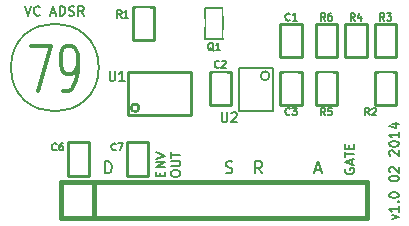
<source format=gto>
%FSLAX34Y34*%
G04 Gerber Fmt 3.4, Leading zero omitted, Abs format*
G04 (created by PCBNEW (2014-02-02 BZR 4653)-product) date 2014-02-04 11:29:01 PM*
%MOIN*%
G01*
G70*
G90*
G04 APERTURE LIST*
%ADD10C,0.005906*%
%ADD11C,0.006000*%
%ADD12C,0.007874*%
%ADD13C,0.011811*%
%ADD14C,0.007500*%
%ADD15C,0.010000*%
%ADD16C,0.005000*%
%ADD17C,0.015000*%
%ADD18R,0.011800X0.051200*%
%ADD19R,0.015000X0.050000*%
%ADD20R,0.039400X0.027600*%
%ADD21R,0.045000X0.032000*%
%ADD22R,0.078700X0.078700*%
%ADD23C,0.078700*%
G04 APERTURE END LIST*
G54D10*
G54D11*
X51604Y-36851D02*
X51817Y-36775D01*
X51604Y-36699D01*
X51817Y-36409D02*
X51817Y-36592D01*
X51817Y-36500D02*
X51497Y-36500D01*
X51543Y-36531D01*
X51574Y-36561D01*
X51589Y-36592D01*
X51787Y-36272D02*
X51802Y-36257D01*
X51817Y-36272D01*
X51802Y-36287D01*
X51787Y-36272D01*
X51817Y-36272D01*
X51497Y-36059D02*
X51497Y-36028D01*
X51513Y-35998D01*
X51528Y-35982D01*
X51558Y-35967D01*
X51619Y-35952D01*
X51696Y-35952D01*
X51757Y-35967D01*
X51787Y-35982D01*
X51802Y-35998D01*
X51817Y-36028D01*
X51817Y-36059D01*
X51802Y-36089D01*
X51787Y-36104D01*
X51757Y-36120D01*
X51696Y-36135D01*
X51619Y-36135D01*
X51558Y-36120D01*
X51528Y-36104D01*
X51513Y-36089D01*
X51497Y-36059D01*
X51497Y-35510D02*
X51497Y-35480D01*
X51513Y-35449D01*
X51528Y-35434D01*
X51558Y-35419D01*
X51619Y-35403D01*
X51696Y-35403D01*
X51757Y-35419D01*
X51787Y-35434D01*
X51802Y-35449D01*
X51817Y-35480D01*
X51817Y-35510D01*
X51802Y-35540D01*
X51787Y-35556D01*
X51757Y-35571D01*
X51696Y-35586D01*
X51619Y-35586D01*
X51558Y-35571D01*
X51528Y-35556D01*
X51513Y-35540D01*
X51497Y-35510D01*
X51528Y-35281D02*
X51513Y-35266D01*
X51497Y-35236D01*
X51497Y-35160D01*
X51513Y-35129D01*
X51528Y-35114D01*
X51558Y-35099D01*
X51589Y-35099D01*
X51635Y-35114D01*
X51817Y-35297D01*
X51817Y-35099D01*
X51528Y-34733D02*
X51513Y-34718D01*
X51497Y-34687D01*
X51497Y-34611D01*
X51513Y-34580D01*
X51528Y-34565D01*
X51558Y-34550D01*
X51589Y-34550D01*
X51635Y-34565D01*
X51817Y-34748D01*
X51817Y-34550D01*
X51497Y-34352D02*
X51497Y-34321D01*
X51513Y-34291D01*
X51528Y-34276D01*
X51558Y-34260D01*
X51619Y-34245D01*
X51696Y-34245D01*
X51757Y-34260D01*
X51787Y-34276D01*
X51802Y-34291D01*
X51817Y-34321D01*
X51817Y-34352D01*
X51802Y-34382D01*
X51787Y-34398D01*
X51757Y-34413D01*
X51696Y-34428D01*
X51619Y-34428D01*
X51558Y-34413D01*
X51528Y-34398D01*
X51513Y-34382D01*
X51497Y-34352D01*
X51817Y-33940D02*
X51817Y-34123D01*
X51817Y-34032D02*
X51497Y-34032D01*
X51543Y-34062D01*
X51574Y-34093D01*
X51589Y-34123D01*
X51604Y-33666D02*
X51817Y-33666D01*
X51482Y-33742D02*
X51711Y-33819D01*
X51711Y-33620D01*
X39356Y-29746D02*
X39462Y-30066D01*
X39569Y-29746D01*
X39859Y-30035D02*
X39843Y-30050D01*
X39798Y-30066D01*
X39767Y-30066D01*
X39721Y-30050D01*
X39691Y-30020D01*
X39676Y-29989D01*
X39660Y-29928D01*
X39660Y-29883D01*
X39676Y-29822D01*
X39691Y-29791D01*
X39721Y-29761D01*
X39767Y-29746D01*
X39798Y-29746D01*
X39843Y-29761D01*
X39859Y-29776D01*
X40224Y-29974D02*
X40377Y-29974D01*
X40194Y-30066D02*
X40300Y-29746D01*
X40407Y-30066D01*
X40514Y-30066D02*
X40514Y-29746D01*
X40590Y-29746D01*
X40636Y-29761D01*
X40666Y-29791D01*
X40681Y-29822D01*
X40697Y-29883D01*
X40697Y-29928D01*
X40681Y-29989D01*
X40666Y-30020D01*
X40636Y-30050D01*
X40590Y-30066D01*
X40514Y-30066D01*
X40819Y-30050D02*
X40864Y-30066D01*
X40940Y-30066D01*
X40971Y-30050D01*
X40986Y-30035D01*
X41001Y-30005D01*
X41001Y-29974D01*
X40986Y-29944D01*
X40971Y-29928D01*
X40940Y-29913D01*
X40880Y-29898D01*
X40849Y-29883D01*
X40834Y-29867D01*
X40819Y-29837D01*
X40819Y-29806D01*
X40834Y-29776D01*
X40849Y-29761D01*
X40880Y-29746D01*
X40956Y-29746D01*
X41001Y-29761D01*
X41321Y-30066D02*
X41215Y-29913D01*
X41139Y-30066D02*
X41139Y-29746D01*
X41260Y-29746D01*
X41291Y-29761D01*
X41306Y-29776D01*
X41321Y-29806D01*
X41321Y-29852D01*
X41306Y-29883D01*
X41291Y-29898D01*
X41260Y-29913D01*
X41139Y-29913D01*
G54D12*
X41817Y-31791D02*
G75*
G03X41817Y-31791I-1463J0D01*
G74*
G01*
G54D13*
X39544Y-31068D02*
X40211Y-31068D01*
X39782Y-32568D01*
X40640Y-32568D02*
X40830Y-32568D01*
X40925Y-32496D01*
X40973Y-32425D01*
X41068Y-32211D01*
X41116Y-31925D01*
X41116Y-31354D01*
X41068Y-31211D01*
X41020Y-31139D01*
X40925Y-31068D01*
X40735Y-31068D01*
X40640Y-31139D01*
X40592Y-31211D01*
X40544Y-31354D01*
X40544Y-31711D01*
X40592Y-31854D01*
X40640Y-31925D01*
X40735Y-31996D01*
X40925Y-31996D01*
X41020Y-31925D01*
X41068Y-31854D01*
X41116Y-31711D01*
G54D11*
X50036Y-35162D02*
X50021Y-35192D01*
X50021Y-35238D01*
X50036Y-35284D01*
X50067Y-35314D01*
X50097Y-35330D01*
X50158Y-35345D01*
X50204Y-35345D01*
X50265Y-35330D01*
X50295Y-35314D01*
X50326Y-35284D01*
X50341Y-35238D01*
X50341Y-35208D01*
X50326Y-35162D01*
X50311Y-35147D01*
X50204Y-35147D01*
X50204Y-35208D01*
X50250Y-35025D02*
X50250Y-34872D01*
X50341Y-35055D02*
X50021Y-34949D01*
X50341Y-34842D01*
X50021Y-34781D02*
X50021Y-34598D01*
X50341Y-34690D02*
X50021Y-34690D01*
X50173Y-34492D02*
X50173Y-34385D01*
X50341Y-34339D02*
X50341Y-34492D01*
X50021Y-34492D01*
X50021Y-34339D01*
X44214Y-35359D02*
X44214Y-35298D01*
X44229Y-35267D01*
X44260Y-35237D01*
X44321Y-35222D01*
X44427Y-35222D01*
X44488Y-35237D01*
X44519Y-35267D01*
X44534Y-35298D01*
X44534Y-35359D01*
X44519Y-35389D01*
X44488Y-35420D01*
X44427Y-35435D01*
X44321Y-35435D01*
X44260Y-35420D01*
X44229Y-35389D01*
X44214Y-35359D01*
X44214Y-35085D02*
X44473Y-35085D01*
X44504Y-35069D01*
X44519Y-35054D01*
X44534Y-35024D01*
X44534Y-34963D01*
X44519Y-34932D01*
X44504Y-34917D01*
X44473Y-34902D01*
X44214Y-34902D01*
X44214Y-34795D02*
X44214Y-34612D01*
X44534Y-34704D02*
X44214Y-34704D01*
X43874Y-35412D02*
X43874Y-35306D01*
X44042Y-35260D02*
X44042Y-35412D01*
X43722Y-35412D01*
X43722Y-35260D01*
X44042Y-35123D02*
X43722Y-35123D01*
X44042Y-34940D01*
X43722Y-34940D01*
X43722Y-34833D02*
X44042Y-34726D01*
X43722Y-34620D01*
G54D14*
X42021Y-35318D02*
X42021Y-34918D01*
X42116Y-34918D01*
X42173Y-34937D01*
X42211Y-34975D01*
X42230Y-35013D01*
X42249Y-35090D01*
X42249Y-35147D01*
X42230Y-35223D01*
X42211Y-35261D01*
X42173Y-35299D01*
X42116Y-35318D01*
X42021Y-35318D01*
X46047Y-35299D02*
X46104Y-35318D01*
X46199Y-35318D01*
X46237Y-35299D01*
X46256Y-35280D01*
X46275Y-35242D01*
X46275Y-35204D01*
X46256Y-35166D01*
X46237Y-35147D01*
X46199Y-35128D01*
X46123Y-35109D01*
X46085Y-35090D01*
X46066Y-35071D01*
X46047Y-35033D01*
X46047Y-34994D01*
X46066Y-34956D01*
X46085Y-34937D01*
X46123Y-34918D01*
X46218Y-34918D01*
X46275Y-34937D01*
X47269Y-35318D02*
X47136Y-35128D01*
X47040Y-35318D02*
X47040Y-34918D01*
X47193Y-34918D01*
X47231Y-34937D01*
X47250Y-34956D01*
X47269Y-34994D01*
X47269Y-35052D01*
X47250Y-35090D01*
X47231Y-35109D01*
X47193Y-35128D01*
X47040Y-35128D01*
X49018Y-35204D02*
X49209Y-35204D01*
X48980Y-35318D02*
X49114Y-34918D01*
X49247Y-35318D01*
G54D12*
X47610Y-33228D02*
X46484Y-33228D01*
X46484Y-33228D02*
X46484Y-31811D01*
X46484Y-31811D02*
X47610Y-31811D01*
X47613Y-31819D02*
X47613Y-33219D01*
X47513Y-32069D02*
G75*
G03X47513Y-32069I-150J0D01*
G74*
G01*
G54D15*
X42797Y-31927D02*
X44897Y-31927D01*
X44897Y-31927D02*
X44897Y-33377D01*
X44897Y-33377D02*
X42797Y-33377D01*
X42797Y-33377D02*
X42797Y-31927D01*
X43158Y-33133D02*
G75*
G03X43158Y-33133I-128J0D01*
G74*
G01*
G54D16*
X45969Y-29814D02*
X45969Y-30839D01*
X45969Y-30839D02*
X45369Y-30839D01*
X45369Y-30839D02*
X45369Y-29814D01*
X45369Y-29814D02*
X45969Y-29814D01*
G54D15*
X50039Y-30354D02*
X50039Y-31456D01*
X50039Y-31456D02*
X50748Y-31456D01*
X50748Y-31456D02*
X50748Y-30354D01*
X50748Y-30354D02*
X50039Y-30354D01*
X48582Y-31456D02*
X48582Y-30354D01*
X48582Y-30354D02*
X47874Y-30354D01*
X47874Y-30354D02*
X47874Y-31456D01*
X47874Y-31456D02*
X48582Y-31456D01*
X49763Y-31456D02*
X49763Y-30354D01*
X49763Y-30354D02*
X49055Y-30354D01*
X49055Y-30354D02*
X49055Y-31456D01*
X49055Y-31456D02*
X49763Y-31456D01*
X46220Y-33031D02*
X46220Y-31929D01*
X46220Y-31929D02*
X45511Y-31929D01*
X45511Y-31929D02*
X45511Y-33031D01*
X45511Y-33031D02*
X46220Y-33031D01*
X48582Y-33031D02*
X48582Y-31929D01*
X48582Y-31929D02*
X47874Y-31929D01*
X47874Y-31929D02*
X47874Y-33031D01*
X47874Y-33031D02*
X48582Y-33031D01*
X51023Y-31929D02*
X51023Y-33031D01*
X51023Y-33031D02*
X51732Y-33031D01*
X51732Y-33031D02*
X51732Y-31929D01*
X51732Y-31929D02*
X51023Y-31929D01*
X51023Y-30354D02*
X51023Y-31456D01*
X51023Y-31456D02*
X51732Y-31456D01*
X51732Y-31456D02*
X51732Y-30354D01*
X51732Y-30354D02*
X51023Y-30354D01*
X49055Y-31929D02*
X49055Y-33031D01*
X49055Y-33031D02*
X49763Y-33031D01*
X49763Y-33031D02*
X49763Y-31929D01*
X49763Y-31929D02*
X49055Y-31929D01*
X42952Y-29763D02*
X42952Y-30866D01*
X42952Y-30866D02*
X43661Y-30866D01*
X43661Y-30866D02*
X43661Y-29763D01*
X43661Y-29763D02*
X42952Y-29763D01*
G54D17*
X40569Y-36820D02*
X50769Y-36820D01*
X40569Y-35620D02*
X50769Y-35620D01*
X50769Y-35620D02*
X50769Y-36820D01*
X41669Y-35620D02*
X41669Y-36820D01*
X40569Y-35620D02*
X40569Y-36820D01*
G54D15*
X41496Y-35393D02*
X41496Y-34291D01*
X41496Y-34291D02*
X40787Y-34291D01*
X40787Y-34291D02*
X40787Y-35393D01*
X40787Y-35393D02*
X41496Y-35393D01*
X42755Y-34291D02*
X42755Y-35393D01*
X42755Y-35393D02*
X43464Y-35393D01*
X43464Y-35393D02*
X43464Y-34291D01*
X43464Y-34291D02*
X42755Y-34291D01*
G54D14*
X45917Y-33289D02*
X45917Y-33548D01*
X45932Y-33578D01*
X45948Y-33594D01*
X45978Y-33609D01*
X46039Y-33609D01*
X46069Y-33594D01*
X46085Y-33578D01*
X46100Y-33548D01*
X46100Y-33289D01*
X46237Y-33319D02*
X46252Y-33304D01*
X46283Y-33289D01*
X46359Y-33289D01*
X46389Y-33304D01*
X46405Y-33319D01*
X46420Y-33350D01*
X46420Y-33380D01*
X46405Y-33426D01*
X46222Y-33609D01*
X46420Y-33609D01*
X42177Y-31911D02*
X42177Y-32170D01*
X42192Y-32200D01*
X42207Y-32216D01*
X42238Y-32231D01*
X42299Y-32231D01*
X42329Y-32216D01*
X42345Y-32200D01*
X42360Y-32170D01*
X42360Y-31911D01*
X42680Y-32231D02*
X42497Y-32231D01*
X42588Y-32231D02*
X42588Y-31911D01*
X42558Y-31957D01*
X42527Y-31987D01*
X42497Y-32002D01*
G54D11*
X45646Y-31233D02*
X45623Y-31222D01*
X45600Y-31199D01*
X45566Y-31165D01*
X45543Y-31153D01*
X45520Y-31153D01*
X45532Y-31210D02*
X45509Y-31199D01*
X45486Y-31176D01*
X45475Y-31130D01*
X45475Y-31050D01*
X45486Y-31005D01*
X45509Y-30982D01*
X45532Y-30970D01*
X45577Y-30970D01*
X45600Y-30982D01*
X45623Y-31005D01*
X45635Y-31050D01*
X45635Y-31130D01*
X45623Y-31176D01*
X45600Y-31199D01*
X45577Y-31210D01*
X45532Y-31210D01*
X45863Y-31210D02*
X45726Y-31210D01*
X45795Y-31210D02*
X45795Y-30970D01*
X45772Y-31005D01*
X45749Y-31028D01*
X45726Y-31039D01*
X50353Y-30226D02*
X50273Y-30112D01*
X50216Y-30226D02*
X50216Y-29986D01*
X50307Y-29986D01*
X50330Y-29998D01*
X50342Y-30009D01*
X50353Y-30032D01*
X50353Y-30066D01*
X50342Y-30089D01*
X50330Y-30100D01*
X50307Y-30112D01*
X50216Y-30112D01*
X50559Y-30066D02*
X50559Y-30226D01*
X50502Y-29975D02*
X50445Y-30146D01*
X50593Y-30146D01*
X48188Y-30203D02*
X48176Y-30215D01*
X48142Y-30226D01*
X48119Y-30226D01*
X48085Y-30215D01*
X48062Y-30192D01*
X48051Y-30169D01*
X48039Y-30123D01*
X48039Y-30089D01*
X48051Y-30043D01*
X48062Y-30020D01*
X48085Y-29998D01*
X48119Y-29986D01*
X48142Y-29986D01*
X48176Y-29998D01*
X48188Y-30009D01*
X48416Y-30226D02*
X48279Y-30226D01*
X48348Y-30226D02*
X48348Y-29986D01*
X48325Y-30020D01*
X48302Y-30043D01*
X48279Y-30055D01*
X49369Y-30226D02*
X49289Y-30112D01*
X49232Y-30226D02*
X49232Y-29986D01*
X49323Y-29986D01*
X49346Y-29998D01*
X49358Y-30009D01*
X49369Y-30032D01*
X49369Y-30066D01*
X49358Y-30089D01*
X49346Y-30100D01*
X49323Y-30112D01*
X49232Y-30112D01*
X49575Y-29986D02*
X49529Y-29986D01*
X49506Y-29998D01*
X49495Y-30009D01*
X49472Y-30043D01*
X49460Y-30089D01*
X49460Y-30180D01*
X49472Y-30203D01*
X49483Y-30215D01*
X49506Y-30226D01*
X49552Y-30226D01*
X49575Y-30215D01*
X49586Y-30203D01*
X49598Y-30180D01*
X49598Y-30123D01*
X49586Y-30100D01*
X49575Y-30089D01*
X49552Y-30078D01*
X49506Y-30078D01*
X49483Y-30089D01*
X49472Y-30100D01*
X49460Y-30123D01*
X45826Y-31778D02*
X45814Y-31790D01*
X45780Y-31801D01*
X45757Y-31801D01*
X45723Y-31790D01*
X45700Y-31767D01*
X45688Y-31744D01*
X45677Y-31698D01*
X45677Y-31664D01*
X45688Y-31618D01*
X45700Y-31595D01*
X45723Y-31572D01*
X45757Y-31561D01*
X45780Y-31561D01*
X45814Y-31572D01*
X45826Y-31584D01*
X45917Y-31584D02*
X45928Y-31572D01*
X45951Y-31561D01*
X46008Y-31561D01*
X46031Y-31572D01*
X46043Y-31584D01*
X46054Y-31607D01*
X46054Y-31630D01*
X46043Y-31664D01*
X45906Y-31801D01*
X46054Y-31801D01*
X48188Y-33353D02*
X48176Y-33364D01*
X48142Y-33376D01*
X48119Y-33376D01*
X48085Y-33364D01*
X48062Y-33342D01*
X48051Y-33319D01*
X48039Y-33273D01*
X48039Y-33239D01*
X48051Y-33193D01*
X48062Y-33170D01*
X48085Y-33147D01*
X48119Y-33136D01*
X48142Y-33136D01*
X48176Y-33147D01*
X48188Y-33159D01*
X48268Y-33136D02*
X48416Y-33136D01*
X48336Y-33227D01*
X48371Y-33227D01*
X48394Y-33239D01*
X48405Y-33250D01*
X48416Y-33273D01*
X48416Y-33330D01*
X48405Y-33353D01*
X48394Y-33364D01*
X48371Y-33376D01*
X48302Y-33376D01*
X48279Y-33364D01*
X48268Y-33353D01*
X50845Y-33376D02*
X50765Y-33262D01*
X50708Y-33376D02*
X50708Y-33136D01*
X50800Y-33136D01*
X50822Y-33147D01*
X50834Y-33159D01*
X50845Y-33182D01*
X50845Y-33216D01*
X50834Y-33239D01*
X50822Y-33250D01*
X50800Y-33262D01*
X50708Y-33262D01*
X50937Y-33159D02*
X50948Y-33147D01*
X50971Y-33136D01*
X51028Y-33136D01*
X51051Y-33147D01*
X51062Y-33159D01*
X51074Y-33182D01*
X51074Y-33204D01*
X51062Y-33239D01*
X50925Y-33376D01*
X51074Y-33376D01*
X51337Y-30226D02*
X51257Y-30112D01*
X51200Y-30226D02*
X51200Y-29986D01*
X51292Y-29986D01*
X51315Y-29998D01*
X51326Y-30009D01*
X51337Y-30032D01*
X51337Y-30066D01*
X51326Y-30089D01*
X51315Y-30100D01*
X51292Y-30112D01*
X51200Y-30112D01*
X51417Y-29986D02*
X51566Y-29986D01*
X51486Y-30078D01*
X51520Y-30078D01*
X51543Y-30089D01*
X51555Y-30100D01*
X51566Y-30123D01*
X51566Y-30180D01*
X51555Y-30203D01*
X51543Y-30215D01*
X51520Y-30226D01*
X51452Y-30226D01*
X51429Y-30215D01*
X51417Y-30203D01*
X49369Y-33376D02*
X49289Y-33262D01*
X49232Y-33376D02*
X49232Y-33136D01*
X49323Y-33136D01*
X49346Y-33147D01*
X49358Y-33159D01*
X49369Y-33182D01*
X49369Y-33216D01*
X49358Y-33239D01*
X49346Y-33250D01*
X49323Y-33262D01*
X49232Y-33262D01*
X49586Y-33136D02*
X49472Y-33136D01*
X49460Y-33250D01*
X49472Y-33239D01*
X49495Y-33227D01*
X49552Y-33227D01*
X49575Y-33239D01*
X49586Y-33250D01*
X49598Y-33273D01*
X49598Y-33330D01*
X49586Y-33353D01*
X49575Y-33364D01*
X49552Y-33376D01*
X49495Y-33376D01*
X49472Y-33364D01*
X49460Y-33353D01*
X42578Y-30128D02*
X42498Y-30013D01*
X42440Y-30128D02*
X42440Y-29888D01*
X42532Y-29888D01*
X42555Y-29899D01*
X42566Y-29911D01*
X42578Y-29933D01*
X42578Y-29968D01*
X42566Y-29991D01*
X42555Y-30002D01*
X42532Y-30013D01*
X42440Y-30013D01*
X42806Y-30128D02*
X42669Y-30128D01*
X42738Y-30128D02*
X42738Y-29888D01*
X42715Y-29922D01*
X42692Y-29945D01*
X42669Y-29956D01*
X40412Y-34534D02*
X40401Y-34545D01*
X40367Y-34557D01*
X40344Y-34557D01*
X40309Y-34545D01*
X40287Y-34523D01*
X40275Y-34500D01*
X40264Y-34454D01*
X40264Y-34420D01*
X40275Y-34374D01*
X40287Y-34351D01*
X40309Y-34328D01*
X40344Y-34317D01*
X40367Y-34317D01*
X40401Y-34328D01*
X40412Y-34340D01*
X40618Y-34317D02*
X40572Y-34317D01*
X40549Y-34328D01*
X40538Y-34340D01*
X40515Y-34374D01*
X40504Y-34420D01*
X40504Y-34511D01*
X40515Y-34534D01*
X40527Y-34545D01*
X40549Y-34557D01*
X40595Y-34557D01*
X40618Y-34545D01*
X40629Y-34534D01*
X40641Y-34511D01*
X40641Y-34454D01*
X40629Y-34431D01*
X40618Y-34420D01*
X40595Y-34408D01*
X40549Y-34408D01*
X40527Y-34420D01*
X40515Y-34431D01*
X40504Y-34454D01*
X42381Y-34534D02*
X42369Y-34545D01*
X42335Y-34557D01*
X42312Y-34557D01*
X42278Y-34545D01*
X42255Y-34523D01*
X42244Y-34500D01*
X42232Y-34454D01*
X42232Y-34420D01*
X42244Y-34374D01*
X42255Y-34351D01*
X42278Y-34328D01*
X42312Y-34317D01*
X42335Y-34317D01*
X42369Y-34328D01*
X42381Y-34340D01*
X42461Y-34317D02*
X42621Y-34317D01*
X42518Y-34557D01*
%LPC*%
G54D18*
X47423Y-31419D03*
X47173Y-31419D03*
X46913Y-31419D03*
X46663Y-31419D03*
X46663Y-33619D03*
X46918Y-33619D03*
X47173Y-33619D03*
X47428Y-33619D03*
G54D19*
X43001Y-33779D03*
X43257Y-33779D03*
X43513Y-33779D03*
X43769Y-33779D03*
X44025Y-33779D03*
X44281Y-33779D03*
X44537Y-33779D03*
X44793Y-33779D03*
X44793Y-31575D03*
X44537Y-31575D03*
X44281Y-31575D03*
X44025Y-31575D03*
X43769Y-31575D03*
X43513Y-31575D03*
X43257Y-31575D03*
X43001Y-31575D03*
G54D20*
X45169Y-30314D03*
X46169Y-29939D03*
X46169Y-30689D03*
G54D21*
X50393Y-30570D03*
X50393Y-31240D03*
X48228Y-31240D03*
X48228Y-30570D03*
X49409Y-31240D03*
X49409Y-30570D03*
X45866Y-32815D03*
X45866Y-32145D03*
X48228Y-32815D03*
X48228Y-32145D03*
X51377Y-32145D03*
X51377Y-32815D03*
X51377Y-30570D03*
X51377Y-31240D03*
X49409Y-32145D03*
X49409Y-32815D03*
X43307Y-29979D03*
X43307Y-30649D03*
G54D22*
X41169Y-36220D03*
G54D23*
X42169Y-36220D03*
X43169Y-36220D03*
X44169Y-36220D03*
X45169Y-36220D03*
X46169Y-36220D03*
X47169Y-36220D03*
X48169Y-36220D03*
X49169Y-36220D03*
X50169Y-36220D03*
G54D21*
X41141Y-35177D03*
X41141Y-34507D03*
X43110Y-34507D03*
X43110Y-35177D03*
M02*

</source>
